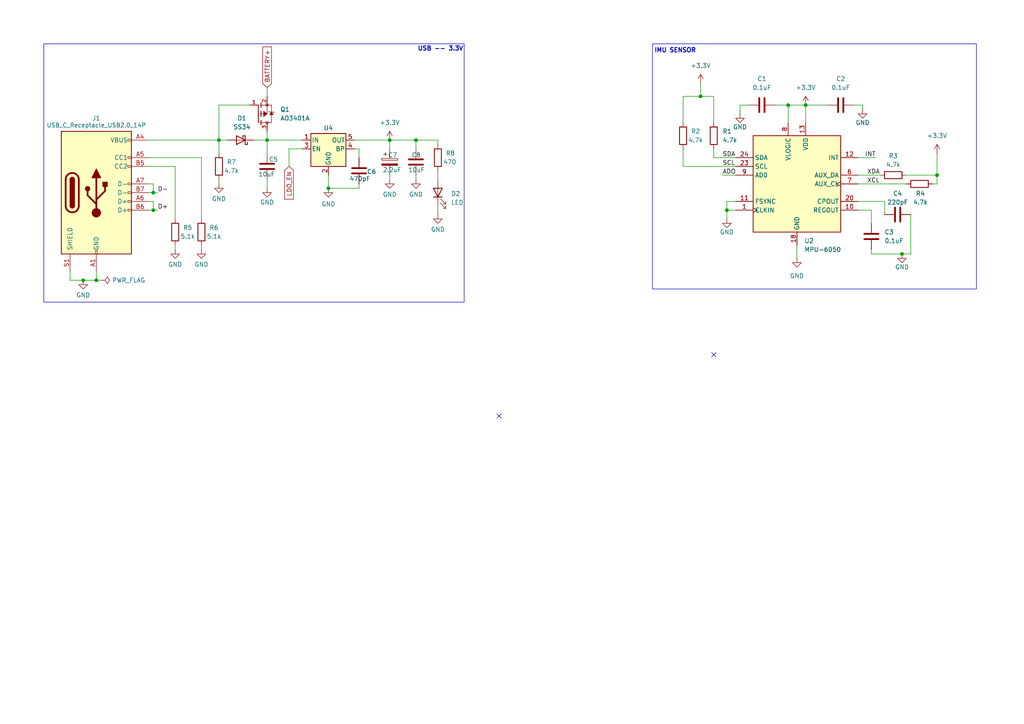
<source format=kicad_sch>
(kicad_sch (version 20250114) (generator "eeschema") (generator_version "9.0")
  (paper "A4")
  (lib_symbols
    (symbol "AO3401A:AO3401A" (pin_names (offset 1.016))
      (property "Reference" "Q" (at -13.97 -1.27 0))
      (property "Value" "AO3401A" (at -13.97 -3.81 0))
      (symbol "AO3401A_0_0"
        (polyline (pts (xy -2.54 -2.54) (xy -2.54 2.54)) (stroke (width 0.254)))
        (polyline (pts (xy -1.778 2.54) (xy -1.778 3.175)) (stroke (width 0.254)))
        (polyline (pts (xy -1.778 1.905) (xy -1.778 2.54)) (stroke (width 0.254)))
        (polyline (pts (xy -1.778 0) (xy -1.778 0.762)) (stroke (width 0.254)))
        (polyline (pts (xy -1.778 0) (xy 0 0)) (stroke (width 0.1524)))
        (polyline (pts (xy -1.778 -0.762) (xy -1.778 0)) (stroke (width 0.254)))
        (polyline (pts (xy -1.778 -2.54) (xy -1.778 -1.905)) (stroke (width 0.254)))
        (polyline (pts (xy -1.778 -2.54) (xy 1.27 -2.54)) (stroke (width 0.1524)))
        (polyline (pts (xy -1.778 -3.175) (xy -1.778 -2.54)) (stroke (width 0.254)))
        (circle (center 0 2.54) (radius 0.3592))
        (polyline (pts (xy 0 2.54) (xy -1.778 2.54)) (stroke (width 0.1524)))
        (polyline (pts (xy 0 2.54) (xy 1.27 2.54)) (stroke (width 0.1524)))
        (polyline (pts (xy 0 0) (xy 0 2.54)) (stroke (width 0.1524)))
        (polyline (pts (xy 0 0) (xy -1.016 0.762) (xy -1.016 -0.762) (xy 0 0)) (stroke (width 0.1524)) (fill (type outline)))
        (circle (center 0 -2.54) (radius 0.3592))
        (polyline (pts (xy 0.508 0.762) (xy 0.762 0.508)) (stroke (width 0.1524)))
        (polyline (pts (xy 0.762 0.508) (xy 1.27 0.508)) (stroke (width 0.1524)))
        (polyline (pts (xy 1.27 0.508) (xy 1.27 2.54)) (stroke (width 0.1524)))
        (polyline (pts (xy 1.27 0.508) (xy 1.778 0.508)) (stroke (width 0.1524)))
        (polyline (pts (xy 1.27 0.508) (xy 1.778 -0.254) (xy 0.762 -0.254) (xy 1.27 0.508)) (stroke (width 0.1524)) (fill (type outline)))
        (polyline (pts (xy 1.27 -2.54) (xy 1.27 0.508)) (stroke (width 0.1524)))
        (polyline (pts (xy 1.778 0.508) (xy 2.032 0.254)) (stroke (width 0.1524)))
        (pin passive line (at -5.08 2.54 0) (length 2.54) (name "~") (number "1"))
        (pin passive line (at 0 5.08 270) (length 2.54) (name "~") (number "2"))
        (pin passive line (at 0 -5.08 90) (length 2.54) (name "~") (number "3"))
      )
    )
    (symbol "Connector:USB_C_Receptacle_USB2.0_14P" (pin_names (offset 1.016))
      (property "Reference" "J" (at 0 22.225 0))
      (property "Value" "USB_C_Receptacle_USB2.0_14P" (at 0 19.685 0))
      (symbol "USB_C_Receptacle_USB2.0_14P_0_0"
        (rectangle (start -0.254 -17.78) (end 0.254 -16.764))
        (rectangle (start 10.16 15.494) (end 9.144 14.986))
        (rectangle (start 10.16 10.414) (end 9.144 9.906))
        (rectangle (start 10.16 7.874) (end 9.144 7.366))
        (rectangle (start 10.16 2.794) (end 9.144 2.286))
        (rectangle (start 10.16 0.254) (end 9.144 -0.254))
        (rectangle (start 10.16 -2.286) (end 9.144 -2.794))
        (rectangle (start 10.16 -4.826) (end 9.144 -5.334))
      )
      (symbol "USB_C_Receptacle_USB2.0_14P_0_1"
        (rectangle (start -10.16 17.78) (end 10.16 -17.78) (stroke (width 0.254)) (fill (type background)))
        (polyline (pts (xy -8.89 -3.81) (xy -8.89 3.81)) (stroke (width 0.508)))
        (rectangle (start -7.62 -3.81) (end -6.35 3.81) (stroke (width 0.254)) (fill (type outline)))
        (arc (start -7.62 3.81) (mid -6.985 4.4423) (end -6.35 3.81) (stroke (width 0.254)))
        (arc (start -7.62 3.81) (mid -6.985 4.4423) (end -6.35 3.81) (stroke (width 0.254)) (fill (type outline)))
        (arc (start -8.89 3.81) (mid -6.985 5.7067) (end -5.08 3.81) (stroke (width 0.508)))
        (arc (start -5.08 -3.81) (mid -6.985 -5.7067) (end -8.89 -3.81) (stroke (width 0.508)))
        (arc (start -6.35 -3.81) (mid -6.985 -4.4423) (end -7.62 -3.81) (stroke (width 0.254)))
        (arc (start -6.35 -3.81) (mid -6.985 -4.4423) (end -7.62 -3.81) (stroke (width 0.254)) (fill (type outline)))
        (polyline (pts (xy -5.08 3.81) (xy -5.08 -3.81)) (stroke (width 0.508)))
        (circle (center -2.54 1.143) (radius 0.635) (stroke (width 0.254)) (fill (type outline)))
        (polyline (pts (xy -1.27 4.318) (xy 0 6.858) (xy 1.27 4.318) (xy -1.27 4.318)) (stroke (width 0.254)) (fill (type outline)))
        (polyline (pts (xy 0 -2.032) (xy 2.54 0.508) (xy 2.54 1.778)) (stroke (width 0.508)))
        (polyline (pts (xy 0 -3.302) (xy -2.54 -0.762) (xy -2.54 0.508)) (stroke (width 0.508)))
        (polyline (pts (xy 0 -5.842) (xy 0 4.318)) (stroke (width 0.508)))
        (circle (center 0 -5.842) (radius 1.27) (fill (type outline)))
        (rectangle (start 1.905 1.778) (end 3.175 3.048) (stroke (width 0.254)) (fill (type outline)))
      )
      (symbol "USB_C_Receptacle_USB2.0_14P_1_1"
        (pin passive line (at -7.62 -22.86 90) (length 5.08) (name "SHIELD") (number "S1"))
        (pin passive line (at 0 -22.86 90) (length 5.08) (name "GND") (number "A1"))
        (pin passive line (at 0 -22.86 90) (length 5.08) (hide yes) (name "GND") (number "A12"))
        (pin passive line (at 0 -22.86 90) (length 5.08) (hide yes) (name "GND") (number "B1"))
        (pin passive line (at 0 -22.86 90) (length 5.08) (hide yes) (name "GND") (number "B12"))
        (pin passive line (at 15.24 15.24 180) (length 5.08) (name "VBUS") (number "A4"))
        (pin passive line (at 15.24 15.24 180) (length 5.08) (hide yes) (name "VBUS") (number "A9"))
        (pin passive line (at 15.24 15.24 180) (length 5.08) (hide yes) (name "VBUS") (number "B4"))
        (pin passive line (at 15.24 15.24 180) (length 5.08) (hide yes) (name "VBUS") (number "B9"))
        (pin bidirectional line (at 15.24 10.16 180) (length 5.08) (name "CC1") (number "A5"))
        (pin bidirectional line (at 15.24 7.62 180) (length 5.08) (name "CC2") (number "B5"))
        (pin bidirectional line (at 15.24 2.54 180) (length 5.08) (name "D-") (number "A7"))
        (pin bidirectional line (at 15.24 0 180) (length 5.08) (name "D-") (number "B7"))
        (pin bidirectional line (at 15.24 -2.54 180) (length 5.08) (name "D+") (number "A6"))
        (pin bidirectional line (at 15.24 -5.08 180) (length 5.08) (name "D+") (number "B6"))
      )
    )
    (symbol "Device:C" (pin_numbers (hide yes)) (pin_names (offset 0.254))
      (property "Reference" "C" (at 0.635 2.54 0))
      (property "Value" "C" (at 0.635 -2.54 0))
      (symbol "C_0_1"
        (polyline (pts (xy -2.032 0.762) (xy 2.032 0.762)) (stroke (width 0.508)))
        (polyline (pts (xy -2.032 -0.762) (xy 2.032 -0.762)) (stroke (width 0.508)))
      )
      (symbol "C_1_1"
        (pin passive line (at 0 3.81 270) (length 2.794) (name "~") (number "1"))
        (pin passive line (at 0 -3.81 90) (length 2.794) (name "~") (number "2"))
      )
    )
    (symbol "Device:C_Polarized" (pin_numbers (hide yes)) (pin_names (offset 0.254))
      (property "Reference" "C" (at 0.635 2.54 0))
      (property "Value" "C_Polarized" (at 0.635 -2.54 0))
      (symbol "C_Polarized_0_1"
        (rectangle (start -2.286 0.508) (end 2.286 1.016))
        (polyline (pts (xy -1.778 2.286) (xy -0.762 2.286)))
        (polyline (pts (xy -1.27 2.794) (xy -1.27 1.778)))
        (rectangle (start 2.286 -0.508) (end -2.286 -1.016) (fill (type outline)))
      )
      (symbol "C_Polarized_1_1"
        (pin passive line (at 0 3.81 270) (length 2.794) (name "~") (number "1"))
        (pin passive line (at 0 -3.81 90) (length 2.794) (name "~") (number "2"))
      )
    )
    (symbol "Device:LED" (pin_numbers (hide yes)) (pin_names (offset 1.016) (hide yes))
      (property "Reference" "D" (at 0 2.54 0))
      (property "Value" "LED" (at 0 -2.54 0))
      (symbol "LED_0_1"
        (polyline (pts (xy -3.048 -0.762) (xy -4.572 -2.286) (xy -3.81 -2.286) (xy -4.572 -2.286) (xy -4.572 -1.524)))
        (polyline (pts (xy -1.778 -0.762) (xy -3.302 -2.286) (xy -2.54 -2.286) (xy -3.302 -2.286) (xy -3.302 -1.524)))
        (polyline (pts (xy -1.27 0) (xy 1.27 0)))
        (polyline (pts (xy -1.27 -1.27) (xy -1.27 1.27)) (stroke (width 0.254)))
        (polyline (pts (xy 1.27 -1.27) (xy 1.27 1.27) (xy -1.27 0) (xy 1.27 -1.27)) (stroke (width 0.254)))
      )
      (symbol "LED_1_1"
        (pin passive line (at -3.81 0 0) (length 2.54) (name "K") (number "1"))
        (pin passive line (at 3.81 0 180) (length 2.54) (name "A") (number "2"))
      )
    )
    (symbol "Device:R" (pin_numbers (hide yes)) (pin_names (offset 0))
      (property "Reference" "R" (at 2.032 0 90))
      (property "Value" "R" (at 0 0 90))
      (symbol "R_0_1"
        (rectangle (start -1.016 -2.54) (end 1.016 2.54) (stroke (width 0.254)))
      )
      (symbol "R_1_1"
        (pin passive line (at 0 3.81 270) (length 1.27) (name "~") (number "1"))
        (pin passive line (at 0 -3.81 90) (length 1.27) (name "~") (number "2"))
      )
    )
    (symbol "Diode:SS34" (pin_numbers (hide yes)) (pin_names (offset 1.016) (hide yes))
      (property "Reference" "D" (at 0 2.54 0))
      (property "Value" "SS34" (at 0 -2.54 0))
      (symbol "SS34_0_1"
        (polyline (pts (xy -1.905 0.635) (xy -1.905 1.27) (xy -1.27 1.27) (xy -1.27 -1.27) (xy -0.635 -1.27) (xy -0.635 -0.635)) (stroke (width 0.254)))
        (polyline (pts (xy 1.27 1.27) (xy 1.27 -1.27) (xy -1.27 0) (xy 1.27 1.27)) (stroke (width 0.254)))
        (polyline (pts (xy 1.27 0) (xy -1.27 0)))
      )
      (symbol "SS34_1_1"
        (pin passive line (at -3.81 0 0) (length 2.54) (name "K") (number "1"))
        (pin passive line (at 3.81 0 180) (length 2.54) (name "A") (number "2"))
      )
    )
    (symbol "Regulator_Linear:SPX3819M5-L-3-3" (pin_names (offset 0.254))
      (property "Reference" "U" (at -3.81 5.715 0))
      (property "Value" "SPX3819M5-L-3-3" (at 0 5.715 0))
      (symbol "SPX3819M5-L-3-3_0_1"
        (rectangle (start -5.08 4.445) (end 5.08 -5.08) (stroke (width 0.254)) (fill (type background)))
      )
      (symbol "SPX3819M5-L-3-3_1_1"
        (pin power_in line (at -7.62 2.54 0) (length 2.54) (name "IN") (number "1"))
        (pin input line (at -7.62 0 0) (length 2.54) (name "EN") (number "3"))
        (pin power_in line (at 0 -7.62 90) (length 2.54) (name "GND") (number "2"))
        (pin power_out line (at 7.62 2.54 180) (length 2.54) (name "OUT") (number "5"))
        (pin input line (at 7.62 0 180) (length 2.54) (name "BP") (number "4"))
      )
    )
    (symbol "Sensor_Motion:MPU-6050"
      (property "Reference" "U" (at -11.43 13.97 0))
      (property "Value" "MPU-6050" (at 7.62 -15.24 0))
      (symbol "MPU-6050_0_1"
        (rectangle (start -12.7 13.97) (end 12.7 -13.97) (stroke (width 0.254)) (fill (type background)))
      )
      (symbol "MPU-6050_1_1"
        (pin bidirectional line (at -17.78 7.62 0) (length 5.08) (name "SDA") (number "24"))
        (pin input line (at -17.78 5.08 0) (length 5.08) (name "SCL") (number "23"))
        (pin input line (at -17.78 2.54 0) (length 5.08) (name "AD0") (number "9"))
        (pin input line (at -17.78 -5.08 0) (length 5.08) (name "FSYNC") (number "11"))
        (pin input clock (at -17.78 -7.62 0) (length 5.08) (name "CLKIN") (number "1"))
        (pin no_connect line (at -12.7 12.7 0) (length 2.54) (hide yes) (name "NC") (number "2"))
        (pin no_connect line (at -12.7 10.16 0) (length 2.54) (hide yes) (name "NC") (number "3"))
        (pin no_connect line (at -12.7 0 0) (length 2.54) (hide yes) (name "NC") (number "4"))
        (pin no_connect line (at -12.7 -2.54 0) (length 2.54) (hide yes) (name "NC") (number "5"))
        (pin no_connect line (at -12.7 -10.16 0) (length 2.54) (hide yes) (name "NC") (number "14"))
        (pin power_in line (at -2.54 17.78 270) (length 3.81) (name "VLOGIC") (number "8"))
        (pin power_in line (at 0 -17.78 90) (length 3.81) (name "GND") (number "18"))
        (pin power_in line (at 2.54 17.78 270) (length 3.81) (name "VDD") (number "13"))
        (pin no_connect line (at 12.7 12.7 180) (length 2.54) (hide yes) (name "NC") (number "15"))
        (pin no_connect line (at 12.7 10.16 180) (length 2.54) (hide yes) (name "NC") (number "16"))
        (pin no_connect line (at 12.7 5.08 180) (length 2.54) (hide yes) (name "NC") (number "17"))
        (pin no_connect line (at 12.7 -2.54 180) (length 2.54) (hide yes) (name "RESV") (number "21"))
        (pin no_connect line (at 12.7 -10.16 180) (length 2.54) (hide yes) (name "RESV") (number "19"))
        (pin no_connect line (at 12.7 -12.7 180) (length 2.54) (hide yes) (name "RESV") (number "22"))
        (pin output line (at 17.78 7.62 180) (length 5.08) (name "INT") (number "12"))
        (pin bidirectional line (at 17.78 2.54 180) (length 5.08) (name "AUX_DA") (number "6"))
        (pin output clock (at 17.78 0 180) (length 5.08) (name "AUX_CL") (number "7"))
        (pin passive line (at 17.78 -5.08 180) (length 5.08) (name "CPOUT") (number "20"))
        (pin passive line (at 17.78 -7.62 180) (length 5.08) (name "REGOUT") (number "10"))
      )
    )
    (symbol "power:+3.3V" (power) (pin_numbers (hide yes)) (pin_names (offset 0) (hide yes))
      (property "Value" "+3.3V" (at 0 3.556 0))
      (symbol "+3.3V_0_1"
        (polyline (pts (xy -0.762 1.27) (xy 0 2.54)))
        (polyline (pts (xy 0 2.54) (xy 0.762 1.27)))
        (polyline (pts (xy 0 0) (xy 0 2.54)))
      )
      (symbol "+3.3V_1_1"
        (pin power_in line (at 0 0 90) (length 0) (name "~") (number "1"))
      )
    )
    (symbol "power:GND" (power) (pin_numbers (hide yes)) (pin_names (offset 0) (hide yes))
      (property "Value" "GND" (at 0 -3.81 0))
      (symbol "GND_0_1"
        (polyline (pts (xy 0 0) (xy 0 -1.27) (xy 1.27 -1.27) (xy 0 -2.54) (xy -1.27 -1.27) (xy 0 -1.27)))
      )
      (symbol "GND_1_1"
        (pin power_in line (at 0 0 270) (length 0) (name "~") (number "1"))
      )
    )
    (symbol "power:PWR_FLAG" (power) (pin_numbers (hide yes)) (pin_names (offset 0) (hide yes))
      (property "Value" "PWR_FLAG" (at 0 3.81 0))
      (symbol "PWR_FLAG_0_0"
        (pin power_out line (at 0 0 90) (length 0) (name "~") (number "1"))
      )
      (symbol "PWR_FLAG_0_1"
        (polyline (pts (xy 0 0) (xy 0 1.27) (xy -1.016 1.905) (xy 0 2.54) (xy 1.016 1.905) (xy 0 1.27)))
      )
    )
  )
  (rectangle (start 189.23 12.7) (end 283.21 83.82))
  (rectangle (start 12.7 12.7) (end 134.62 87.63))
  (text "USB -- 3.3V" (at 127.762 14.224 0) (effects (font (size 1.27 1.27) (thickness 0.254) (bold yes))))
  (text "IMU SENSOR" (at 195.834 14.732 0) (effects (font (size 1.27 1.27) (thickness 0.254) (bold yes))))
  (junction (at 44.45 60.96))
  (junction (at 120.65 40.64))
  (junction (at 203.2 27.94))
  (junction (at 233.68 30.48))
  (junction (at 261.62 73.66))
  (junction (at 77.47 40.64))
  (junction (at 44.45 55.88))
  (junction (at 27.94 81.28))
  (junction (at 228.6 30.48))
  (junction (at 95.25 54.61))
  (junction (at 63.5 40.64))
  (junction (at 271.78 50.8))
  (junction (at 24.13 81.28))
  (junction (at 210.82 60.96))
  (junction (at 113.03 40.64))
  (no_connect (at 207.01 102.87))
  (no_connect (at 144.78 120.65))
  (wire (pts (xy 252.73 60.96) (xy 252.73 64.77)))
  (wire (pts (xy 214.63 30.48) (xy 217.17 30.48)))
  (wire (pts (xy 63.5 30.48) (xy 63.5 40.64)))
  (wire (pts (xy 209.55 50.8) (xy 213.36 50.8)))
  (wire (pts (xy 228.6 35.56) (xy 228.6 30.48)))
  (wire (pts (xy 104.14 53.34) (xy 104.14 54.61)))
  (wire (pts (xy 95.25 50.8) (xy 95.25 54.61)))
  (wire (pts (xy 77.47 52.07) (xy 77.47 54.61)))
  (wire (pts (xy 213.36 58.42) (xy 210.82 58.42)))
  (wire (pts (xy 198.12 27.94) (xy 203.2 27.94)))
  (wire (pts (xy 77.47 40.64) (xy 87.63 40.64)))
  (wire (pts (xy 203.2 24.13) (xy 203.2 27.94)))
  (wire (pts (xy 270.51 53.34) (xy 271.78 53.34)))
  (wire (pts (xy 120.65 43.18) (xy 120.65 40.64)))
  (wire (pts (xy 104.14 54.61) (xy 95.25 54.61)))
  (wire (pts (xy 198.12 48.26) (xy 198.12 43.18)))
  (wire (pts (xy 233.68 30.48) (xy 240.03 30.48)))
  (wire (pts (xy 102.87 43.18) (xy 104.14 43.18)))
  (wire (pts (xy 210.82 60.96) (xy 210.82 63.5)))
  (wire (pts (xy 113.03 40.64) (xy 120.65 40.64)))
  (wire (pts (xy 198.12 35.56) (xy 198.12 27.94)))
  (wire (pts (xy 63.5 52.07) (xy 63.5 53.34)))
  (wire (pts (xy 207.01 35.56) (xy 207.01 27.94)))
  (wire (pts (xy 113.03 50.8) (xy 113.03 52.07)))
  (wire (pts (xy 77.47 40.64) (xy 77.47 44.45)))
  (wire (pts (xy 127 59.69) (xy 127 62.23)))
  (wire (pts (xy 231.14 71.12) (xy 231.14 74.93)))
  (wire (pts (xy 44.45 60.96) (xy 45.72 60.96)))
  (wire (pts (xy 44.45 55.88) (xy 45.72 55.88)))
  (wire (pts (xy 87.63 43.18) (xy 83.82 43.18)))
  (wire (pts (xy 127 49.53) (xy 127 52.07)))
  (wire (pts (xy 256.54 58.42) (xy 256.54 62.23)))
  (wire (pts (xy 252.73 73.66) (xy 261.62 73.66)))
  (wire (pts (xy 43.18 58.42) (xy 44.45 58.42)))
  (wire (pts (xy 77.47 40.64) (xy 77.47 38.1)))
  (wire (pts (xy 271.78 53.34) (xy 271.78 50.8)))
  (wire (pts (xy 27.94 81.28) (xy 29.21 81.28)))
  (wire (pts (xy 43.18 45.72) (xy 58.42 45.72)))
  (wire (pts (xy 250.19 30.48) (xy 247.65 30.48)))
  (wire (pts (xy 104.14 43.18) (xy 104.14 45.72)))
  (wire (pts (xy 248.92 53.34) (xy 262.89 53.34)))
  (wire (pts (xy 43.18 48.26) (xy 50.8 48.26)))
  (wire (pts (xy 44.45 55.88) (xy 43.18 55.88)))
  (wire (pts (xy 264.16 62.23) (xy 264.16 73.66)))
  (wire (pts (xy 58.42 45.72) (xy 58.42 63.5)))
  (wire (pts (xy 43.18 40.64) (xy 63.5 40.64)))
  (wire (pts (xy 264.16 73.66) (xy 261.62 73.66)))
  (wire (pts (xy 102.87 40.64) (xy 113.03 40.64)))
  (wire (pts (xy 228.6 30.48) (xy 233.68 30.48)))
  (wire (pts (xy 271.78 44.45) (xy 271.78 50.8)))
  (wire (pts (xy 120.65 40.64) (xy 127 40.64)))
  (wire (pts (xy 50.8 71.12) (xy 50.8 72.39)))
  (wire (pts (xy 113.03 40.64) (xy 113.03 43.18)))
  (wire (pts (xy 210.82 58.42) (xy 210.82 60.96)))
  (wire (pts (xy 63.5 40.64) (xy 66.04 40.64)))
  (wire (pts (xy 248.92 58.42) (xy 256.54 58.42)))
  (wire (pts (xy 20.32 81.28) (xy 24.13 81.28)))
  (wire (pts (xy 120.65 50.8) (xy 120.65 52.07)))
  (wire (pts (xy 203.2 27.94) (xy 207.01 27.94)))
  (wire (pts (xy 207.01 45.72) (xy 213.36 45.72)))
  (wire (pts (xy 44.45 58.42) (xy 44.45 60.96)))
  (wire (pts (xy 44.45 53.34) (xy 44.45 55.88)))
  (wire (pts (xy 58.42 71.12) (xy 58.42 72.39)))
  (wire (pts (xy 27.94 81.28) (xy 24.13 81.28)))
  (wire (pts (xy 73.66 40.64) (xy 77.47 40.64)))
  (wire (pts (xy 63.5 40.64) (xy 63.5 44.45)))
  (wire (pts (xy 214.63 33.02) (xy 214.63 30.48)))
  (wire (pts (xy 77.47 25.4) (xy 77.47 27.94)))
  (wire (pts (xy 210.82 60.96) (xy 213.36 60.96)))
  (wire (pts (xy 50.8 48.26) (xy 50.8 63.5)))
  (wire (pts (xy 262.89 50.8) (xy 271.78 50.8)))
  (wire (pts (xy 20.32 78.74) (xy 20.32 81.28)))
  (wire (pts (xy 27.94 78.74) (xy 27.94 81.28)))
  (wire (pts (xy 72.39 30.48) (xy 63.5 30.48)))
  (wire (pts (xy 224.79 30.48) (xy 228.6 30.48)))
  (wire (pts (xy 44.45 60.96) (xy 43.18 60.96)))
  (wire (pts (xy 248.92 60.96) (xy 252.73 60.96)))
  (wire (pts (xy 83.82 43.18) (xy 83.82 48.26)))
  (wire (pts (xy 250.19 31.75) (xy 250.19 30.48)))
  (wire (pts (xy 213.36 48.26) (xy 198.12 48.26)))
  (wire (pts (xy 127 41.91) (xy 127 40.64)))
  (wire (pts (xy 43.18 53.34) (xy 44.45 53.34)))
  (wire (pts (xy 252.73 72.39) (xy 252.73 73.66)))
  (wire (pts (xy 207.01 43.18) (xy 207.01 45.72)))
  (wire (pts (xy 248.92 45.72) (xy 254 45.72)))
  (wire (pts (xy 233.68 30.48) (xy 233.68 35.56)))
  (wire (pts (xy 248.92 50.8) (xy 255.27 50.8)))
  (label "D-" (at 45.72 55.88 0))
  (label "SDA" (at 209.55 45.72 0))
  (label "ADO" (at 209.55 50.8 0))
  (label "D+" (at 45.72 60.96 0))
  (label "SCL" (at 209.55 48.26 0))
  (label "XDA" (at 251.46 50.8 0))
  (label "INT" (at 254 45.72 180))
  (label "XCL" (at 251.46 53.34 0))
  (global_label "BATTERY+" (shape input) (at 77.47 25.4 90) (property "Intersheetrefs" "${INTERSHEET_REFS}" (effects (hide yes))))
  (global_label "LDO_EN" (shape input) (at 83.82 48.26 270) (property "Intersheetrefs" "${INTERSHEET_REFS}" (effects (hide yes))))
  (symbol (lib_id "power:GND") (at 113.03 52.07 0) (unit 1)
    (property "Reference" "#PWR012" (effects (hide yes)))
    (property "Value" "GND" (at 113.03 56.388 0))
    (property "Description" "Power symbol creates a global label with name \"GND\" , ground" (effects (hide yes)))
  )
  (symbol (lib_id "Device:R") (at 207.01 39.37 0) (unit 1)
    (property "Reference" "R1" (at 209.55 38.0999 0) (effects (justify left)))
    (property "Value" "4.7k" (at 209.55 40.6399 0) (effects (justify left)))
    (property "Description" "Resistor" (effects (hide yes)))
  )
  (symbol (lib_id "power:+3.3V") (at 113.03 40.64 0) (unit 1)
    (property "Reference" "#PWR015" (effects (hide yes)))
    (property "Value" "+3.3V" (at 113.03 35.56 0))
    (property "Description" "Power symbol creates a global label with name \"+3.3V\"" (effects (hide yes)))
  )
  (symbol (lib_id "power:GND") (at 261.62 73.66 0) (unit 1)
    (property "Reference" "#PWR09" (effects (hide yes)))
    (property "Value" "GND" (at 261.62 77.47 0))
    (property "Description" "Power symbol creates a global label with name \"GND\" , ground" (effects (hide yes)))
  )
  (symbol (lib_id "Device:R") (at 50.8 67.31 0) (unit 1)
    (property "Reference" "R5" (at 53.086 66.04 0) (effects (justify left)))
    (property "Value" "5.1k" (at 52.324 68.58 0) (effects (justify left)))
    (property "Description" "Resistor" (effects (hide yes)))
  )
  (symbol (lib_id "power:GND") (at 231.14 74.93 0) (unit 1)
    (property "Reference" "#PWR02" (effects (hide yes)))
    (property "Value" "GND" (at 231.14 80.01 0))
    (property "Description" "Power symbol creates a global label with name \"GND\" , ground" (effects (hide yes)))
  )
  (symbol (lib_id "Device:C") (at 120.65 46.99 0) (unit 1)
    (property "Reference" "C8" (at 119.38 44.958 0) (effects (justify left)))
    (property "Value" "10uF" (at 118.364 49.276 0) (effects (justify left)))
    (property "Description" "Unpolarized capacitor" (effects (hide yes)))
  )
  (symbol (lib_id "power:GND") (at 63.5 53.34 0) (unit 1)
    (property "Reference" "#PWR010" (effects (hide yes)))
    (property "Value" "GND" (at 63.5 57.658 0))
    (property "Description" "Power symbol creates a global label with name \"GND\" , ground" (effects (hide yes)))
  )
  (symbol (lib_id "power:+3.3V") (at 271.78 44.45 0) (unit 1)
    (property "Reference" "#PWR018" (effects (hide yes)))
    (property "Value" "+3.3V" (at 271.78 39.37 0))
    (property "Description" "Power symbol creates a global label with name \"+3.3V\"" (effects (hide yes)))
  )
  (symbol (lib_id "power:+3.3V") (at 203.2 24.13 0) (unit 1)
    (property "Reference" "#PWR017" (effects (hide yes)))
    (property "Value" "+3.3V" (at 203.2 19.05 0))
    (property "Description" "Power symbol creates a global label with name \"+3.3V\"" (effects (hide yes)))
  )
  (symbol (lib_id "power:GND") (at 24.13 81.28 0) (unit 1)
    (property "Reference" "#PWR03" (effects (hide yes)))
    (property "Value" "GND" (at 24.13 85.598 0))
    (property "Description" "Power symbol creates a global label with name \"GND\" , ground" (effects (hide yes)))
  )
  (symbol (lib_id "Device:R") (at 127 45.72 0) (unit 1)
    (property "Reference" "R8" (at 129.286 44.45 0) (effects (justify left)))
    (property "Value" "470" (at 128.524 46.99 0) (effects (justify left)))
    (property "Description" "Resistor" (effects (hide yes)))
  )
  (symbol (lib_id "Device:C") (at 77.47 48.26 180) (unit 1)
    (property "Reference" "C5" (at 77.978 46.228 0) (effects (justify right)))
    (property "Value" "10uF" (at 74.93 50.546 0) (effects (justify right)))
    (property "Description" "Unpolarized capacitor" (effects (hide yes)))
  )
  (symbol (lib_id "power:GND") (at 210.82 63.5 0) (unit 1)
    (property "Reference" "#PWR07" (effects (hide yes)))
    (property "Value" "GND" (at 210.82 67.31 0))
    (property "Description" "Power symbol creates a global label with name \"GND\" , ground" (effects (hide yes)))
  )
  (symbol (lib_id "Connector:USB_C_Receptacle_USB2.0_14P") (at 27.94 55.88 0) (unit 1)
    (property "Reference" "J1" (at 27.94 34.29 0))
    (property "Value" "USB_C_Receptacle_USB2.0_14P" (at 27.94 36.322 0) (effects (font (size 1.2192 1.2192))))
    (property "Datasheet" "https://www.usb.org/sites/default/files/documents/usb_type-c.zip" (effects (hide yes)))
    (property "Description" "USB 2.0-only 14P Type-C Receptacle connector" (effects (hide yes)))
  )
  (symbol (lib_id "Device:C") (at 252.73 68.58 180) (unit 1)
    (property "Reference" "C3" (at 256.54 67.3099 0) (effects (justify right)))
    (property "Value" "0.1uF" (at 256.54 69.8499 0) (effects (justify right)))
    (property "Description" "Unpolarized capacitor" (effects (hide yes)))
  )
  (symbol (lib_id "Device:C") (at 220.98 30.48 90) (unit 1)
    (property "Reference" "C1" (at 220.98 22.86 90))
    (property "Value" "0.1uF" (at 220.98 25.4 90))
    (property "Description" "Unpolarized capacitor" (effects (hide yes)))
  )
  (symbol (lib_id "Diode:SS34") (at 69.85 40.64 180) (unit 1)
    (property "Reference" "D1" (at 70.1675 34.29 0))
    (property "Value" "SS34" (at 70.1675 36.83 0))
    (property "Footprint" "Diode_SMD:D_SMA" (effects (hide yes)))
    (property "Datasheet" "https://www.vishay.com/docs/88751/ss32.pdf" (effects (hide yes)))
    (property "Description" "40V 3A Schottky Diode, SMA" (effects (hide yes)))
  )
  (symbol (lib_id "Device:R") (at 198.12 39.37 0) (unit 1)
    (property "Reference" "R2" (at 200.406 38.1 0) (effects (justify left)))
    (property "Value" "4.7k" (at 199.644 40.64 0) (effects (justify left)))
    (property "Description" "Resistor" (effects (hide yes)))
  )
  (symbol (lib_id "Sensor_Motion:MPU-6050") (at 231.14 53.34 0) (unit 1)
    (property "Reference" "U2" (at 233.2833 69.85 0) (effects (justify left)))
    (property "Value" "MPU-6050" (at 233.2833 72.39 0) (effects (justify left)))
    (property "Footprint" "Sensor_Motion:InvenSense_QFN-24_4x4mm_P0.5mm" (effects (hide yes)))
    (property "Datasheet" "https://invensense.tdk.com/wp-content/uploads/2015/02/MPU-6000-Datasheet1.pdf" (effects (hide yes)))
    (property "Description" "InvenSense 6-Axis Motion Sensor, Gyroscope, Accelerometer, I2C" (effects (hide yes)))
  )
  (symbol (lib_id "Device:C_Polarized") (at 113.03 46.99 0) (unit 1)
    (property "Reference" "C7" (at 112.522 44.958 0) (effects (justify left)))
    (property "Value" "2.2uF" (at 110.998 49.276 0) (effects (justify left)))
    (property "Description" "Polarized capacitor" (effects (hide yes)))
  )
  (symbol (lib_id "Device:C") (at 243.84 30.48 90) (unit 1)
    (property "Reference" "C2" (at 243.84 22.86 90))
    (property "Value" "0.1uF" (at 243.84 25.4 90))
    (property "Description" "Unpolarized capacitor" (effects (hide yes)))
  )
  (symbol (lib_id "Regulator_Linear:SPX3819M5-L-3-3") (at 95.25 43.18 0) (unit 1)
    (property "Reference" "U4" (at 95.25 37.084 0))
    (property "Value" "SPX3819M5-L-3-3" (effects (hide yes)))
    (property "Footprint" "Package_TO_SOT_SMD:SOT-23-5" (effects (hide yes)))
    (property "Datasheet" "https://www.exar.com/content/document.ashx?id=22106&languageid=1033&type=Datasheet&partnumber=SPX3819&filename=SPX3819.pdf&part=SPX3819" (effects (hide yes)))
    (property "Description" "500mA Low drop-out regulator, Fixed Output 3.3V, SOT-23-5" (effects (hide yes)))
  )
  (symbol (lib_id "Device:R") (at 58.42 67.31 0) (unit 1)
    (property "Reference" "R6" (at 60.706 66.04 0) (effects (justify left)))
    (property "Value" "5.1k" (at 59.944 68.58 0) (effects (justify left)))
    (property "Description" "Resistor" (effects (hide yes)))
  )
  (symbol (lib_id "power:GND") (at 77.47 54.61 0) (unit 1)
    (property "Reference" "#PWR011" (effects (hide yes)))
    (property "Value" "GND" (at 77.47 58.674 0))
    (property "Description" "Power symbol creates a global label with name \"GND\" , ground" (effects (hide yes)))
  )
  (symbol (lib_id "AO3401A:AO3401A") (at 77.47 33.02 0) (unit 1)
    (property "Reference" "Q1" (at 81.28 31.7499 0) (effects (justify left)))
    (property "Value" "AO3401A" (at 81.28 34.2899 0) (effects (justify left)))
    (property "Footprint" "AO3401A:SOT23-3" (effects (hide yes)))
    (property "MF" "Alpha & Omega Semiconductor" (effects (hide yes)))
    (property "Description_1" "P-Channel 30 V 4A (Ta) 1.4W (Ta) Surface Mount SOT-23-3" (effects (hide yes)))
    (property "Package" "SOT-23 Alpha &amp; Omega Semiconductor" (effects (hide yes)))
    (property "Price" "None" (effects (hide yes)))
    (property "SnapEDA_Link" "https://www.snapeda.com/parts/AO3401A/Alpha/view-part/?ref=snap" (effects (hide yes)))
    (property "MP" "AO3401A" (effects (hide yes)))
    (property "Availability" "In Stock" (effects (hide yes)))
    (property "Check_prices" "https://www.snapeda.com/parts/AO3401A/Alpha/view-part/?ref=eda" (effects (hide yes)))
  )
  (symbol (lib_id "power:GND") (at 127 62.23 0) (unit 1)
    (property "Reference" "#PWR014" (effects (hide yes)))
    (property "Value" "GND" (at 127 66.548 0))
    (property "Description" "Power symbol creates a global label with name \"GND\" , ground" (effects (hide yes)))
  )
  (symbol (lib_id "power:GND") (at 95.25 54.61 0) (unit 1)
    (property "Reference" "#PWR01" (effects (hide yes)))
    (property "Value" "GND" (at 95.25 59.182 0))
    (property "Description" "Power symbol creates a global label with name \"GND\" , ground" (effects (hide yes)))
  )
  (symbol (lib_id "Device:R") (at 259.08 50.8 90) (unit 1)
    (property "Reference" "R3" (at 259.08 45.212 90))
    (property "Value" "4.7k" (at 259.08 47.752 90))
    (property "Description" "Resistor" (effects (hide yes)))
  )
  (symbol (lib_id "power:GND") (at 50.8 72.39 0) (unit 1)
    (property "Reference" "#PWR04" (effects (hide yes)))
    (property "Value" "GND" (at 50.8 76.708 0))
    (property "Description" "Power symbol creates a global label with name \"GND\" , ground" (effects (hide yes)))
  )
  (symbol (lib_id "Device:R") (at 63.5 48.26 0) (unit 1)
    (property "Reference" "R7" (at 65.786 46.99 0) (effects (justify left)))
    (property "Value" "4.7k" (at 65.024 49.53 0) (effects (justify left)))
    (property "Description" "Resistor" (effects (hide yes)))
  )
  (symbol (lib_id "Device:R") (at 266.7 53.34 90) (unit 1)
    (property "Reference" "R4" (at 266.954 56.134 90))
    (property "Value" "4.7k" (at 266.954 58.674 90))
    (property "Description" "Resistor" (effects (hide yes)))
  )
  (symbol (lib_id "Device:C") (at 104.14 49.53 180) (unit 1)
    (property "Reference" "C6" (at 106.426 49.784 0) (effects (justify right)))
    (property "Value" "470pF" (at 101.346 51.816 0) (effects (justify right)))
    (property "Description" "Unpolarized capacitor" (effects (hide yes)))
  )
  (symbol (lib_id "power:GND") (at 58.42 72.39 0) (unit 1)
    (property "Reference" "#PWR08" (effects (hide yes)))
    (property "Value" "GND" (at 58.42 76.708 0))
    (property "Description" "Power symbol creates a global label with name \"GND\" , ground" (effects (hide yes)))
  )
  (symbol (lib_id "power:GND") (at 214.63 33.02 0) (unit 1)
    (property "Reference" "#PWR05" (effects (hide yes)))
    (property "Value" "GND" (at 214.63 36.83 0))
    (property "Description" "Power symbol creates a global label with name \"GND\" , ground" (effects (hide yes)))
  )
  (symbol (lib_id "Device:LED") (at 127 55.88 90) (unit 1)
    (property "Reference" "D2" (at 130.81 56.1974 90) (effects (justify right)))
    (property "Value" "LED" (at 130.81 58.7374 90) (effects (justify right)))
    (property "Description" "Light emitting diode" (effects (hide yes)))
    (property "Sim.Pins" "1=K 2=A" (effects (hide yes)))
  )
  (symbol (lib_id "power:GND") (at 250.19 31.75 0) (unit 1)
    (property "Reference" "#PWR06" (effects (hide yes)))
    (property "Value" "GND" (at 250.19 35.56 0))
    (property "Description" "Power symbol creates a global label with name \"GND\" , ground" (effects (hide yes)))
  )
  (symbol (lib_id "Device:C") (at 260.35 62.23 90) (unit 1)
    (property "Reference" "C4" (at 260.35 56.134 90))
    (property "Value" "220pF" (at 260.35 58.674 90))
    (property "Description" "Unpolarized capacitor" (effects (hide yes)))
  )
  (symbol (lib_id "power:+3.3V") (at 233.68 30.48 0) (unit 1)
    (property "Reference" "#PWR016" (effects (hide yes)))
    (property "Value" "+3.3V" (at 233.68 25.4 0))
    (property "Description" "Power symbol creates a global label with name \"+3.3V\"" (effects (hide yes)))
  )
  (symbol (lib_id "power:GND") (at 120.65 52.07 0) (unit 1)
    (property "Reference" "#PWR013" (effects (hide yes)))
    (property "Value" "GND" (at 120.65 56.388 0))
    (property "Description" "Power symbol creates a global label with name \"GND\" , ground" (effects (hide yes)))
  )
  (symbol (lib_id "power:PWR_FLAG") (at 29.21 81.28 270) (unit 1)
    (property "Reference" "#FLG01" (effects (hide yes)))
    (property "Value" "PWR_FLAG" (at 32.512 81.28 90) (effects (justify left)))
    (property "Description" "Special symbol for telling ERC where power comes from" (effects (hide yes)))
  )
)
</source>
